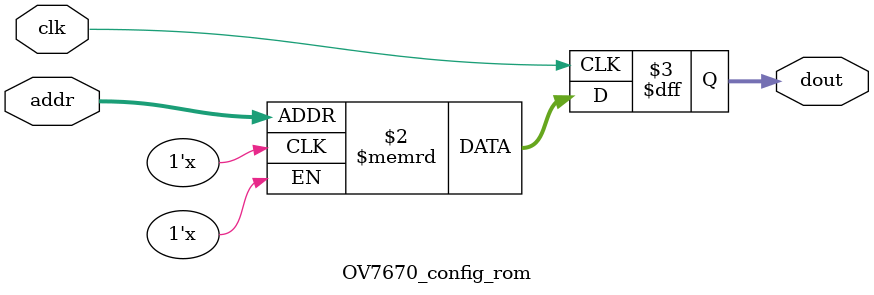
<source format=v>
`timescale 1ns / 1ps

module OV7670_config_rom(
    input wire clk,
    input wire [7:0] addr,
    output reg [15:0] dout
    );
    //Included files
	 //OV2640_800p_30f.mif OV2640_1600p_15f.mif OV7670_640p_30f.mif
	reg [15:0] rom [255:0] /* synthesis ram_init_file = "./rtl/cam_config/OV2640_800p_30f.mif" */;
	
	always @ (posedge clk)
	begin
		dout <= rom[addr];
	end

endmodule

</source>
